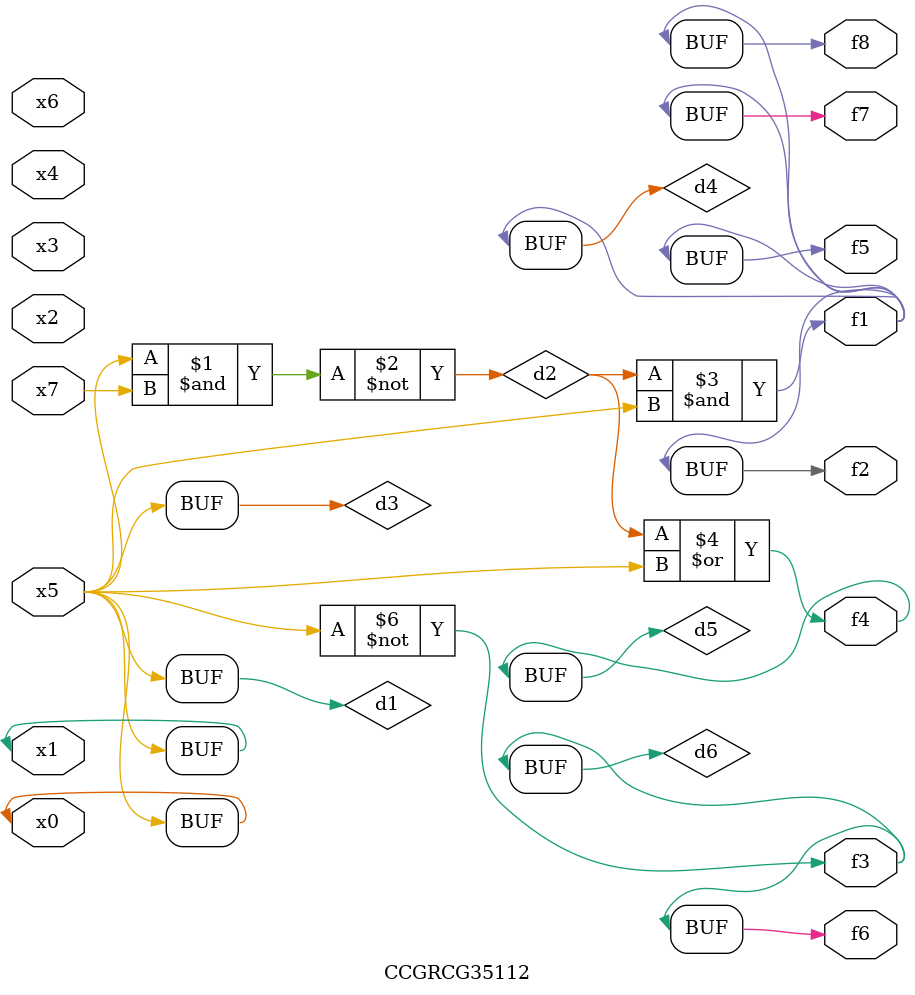
<source format=v>
module CCGRCG35112(
	input x0, x1, x2, x3, x4, x5, x6, x7,
	output f1, f2, f3, f4, f5, f6, f7, f8
);

	wire d1, d2, d3, d4, d5, d6;

	buf (d1, x0, x5);
	nand (d2, x5, x7);
	buf (d3, x0, x1);
	and (d4, d2, d3);
	or (d5, d2, d3);
	nor (d6, d1, d3);
	assign f1 = d4;
	assign f2 = d4;
	assign f3 = d6;
	assign f4 = d5;
	assign f5 = d4;
	assign f6 = d6;
	assign f7 = d4;
	assign f8 = d4;
endmodule

</source>
